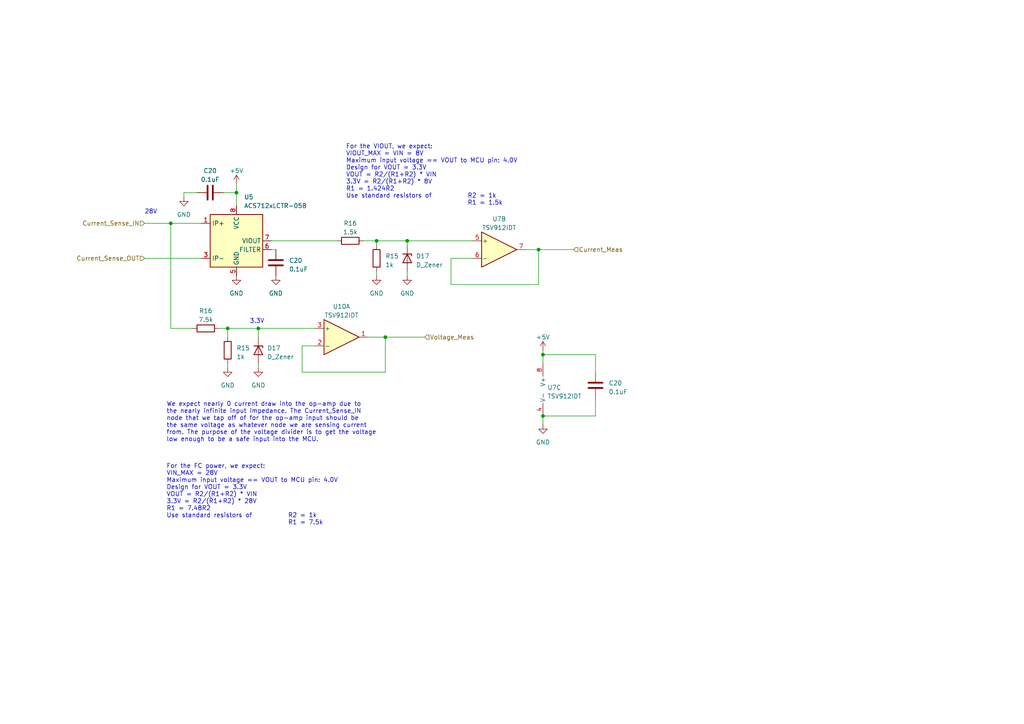
<source format=kicad_sch>
(kicad_sch (version 20230121) (generator eeschema)

  (uuid 36e4511b-3a9f-4266-a928-7b9277025079)

  (paper "A4")

  (lib_symbols
    (symbol "Amplifier_Operational:TSV912IDT" (pin_names (offset 0.127)) (in_bom yes) (on_board yes)
      (property "Reference" "U" (at 0 5.08 0)
        (effects (font (size 1.27 1.27)) (justify left))
      )
      (property "Value" "TSV912IDT" (at 0 -5.08 0)
        (effects (font (size 1.27 1.27)) (justify left))
      )
      (property "Footprint" "" (at 0 0 0)
        (effects (font (size 1.27 1.27)) hide)
      )
      (property "Datasheet" "www.st.com/resource/en/datasheet/tsv911.pdf" (at 0 0 0)
        (effects (font (size 1.27 1.27)) hide)
      )
      (property "ki_locked" "" (at 0 0 0)
        (effects (font (size 1.27 1.27)))
      )
      (property "ki_keywords" "dual opamp" (at 0 0 0)
        (effects (font (size 1.27 1.27)) hide)
      )
      (property "ki_description" "Dual rail-to-rail input/output 8 MHz operational amplifiers, SOIC-8" (at 0 0 0)
        (effects (font (size 1.27 1.27)) hide)
      )
      (property "ki_fp_filters" "SOIC*3.9x4.9mm*P1.27mm* DIP*W7.62mm* TO*99* OnSemi*Micro8* TSSOP*3x3mm*P0.65mm* TSSOP*4.4x3mm*P0.65mm* MSOP*3x3mm*P0.65mm* SSOP*3.9x4.9mm*P0.635mm* LFCSP*2x2mm*P0.5mm* *SIP* SOIC*5.3x6.2mm*P1.27mm*" (at 0 0 0)
        (effects (font (size 1.27 1.27)) hide)
      )
      (symbol "TSV912IDT_1_1"
        (polyline
          (pts
            (xy -5.08 5.08)
            (xy 5.08 0)
            (xy -5.08 -5.08)
            (xy -5.08 5.08)
          )
          (stroke (width 0.254) (type default))
          (fill (type background))
        )
        (pin output line (at 7.62 0 180) (length 2.54)
          (name "~" (effects (font (size 1.27 1.27))))
          (number "1" (effects (font (size 1.27 1.27))))
        )
        (pin input line (at -7.62 -2.54 0) (length 2.54)
          (name "-" (effects (font (size 1.27 1.27))))
          (number "2" (effects (font (size 1.27 1.27))))
        )
        (pin input line (at -7.62 2.54 0) (length 2.54)
          (name "+" (effects (font (size 1.27 1.27))))
          (number "3" (effects (font (size 1.27 1.27))))
        )
      )
      (symbol "TSV912IDT_2_1"
        (polyline
          (pts
            (xy -5.08 5.08)
            (xy 5.08 0)
            (xy -5.08 -5.08)
            (xy -5.08 5.08)
          )
          (stroke (width 0.254) (type default))
          (fill (type background))
        )
        (pin input line (at -7.62 2.54 0) (length 2.54)
          (name "+" (effects (font (size 1.27 1.27))))
          (number "5" (effects (font (size 1.27 1.27))))
        )
        (pin input line (at -7.62 -2.54 0) (length 2.54)
          (name "-" (effects (font (size 1.27 1.27))))
          (number "6" (effects (font (size 1.27 1.27))))
        )
        (pin output line (at 7.62 0 180) (length 2.54)
          (name "~" (effects (font (size 1.27 1.27))))
          (number "7" (effects (font (size 1.27 1.27))))
        )
      )
      (symbol "TSV912IDT_3_1"
        (pin power_in line (at -2.54 -7.62 90) (length 3.81)
          (name "V-" (effects (font (size 1.27 1.27))))
          (number "4" (effects (font (size 1.27 1.27))))
        )
        (pin power_in line (at -2.54 7.62 270) (length 3.81)
          (name "V+" (effects (font (size 1.27 1.27))))
          (number "8" (effects (font (size 1.27 1.27))))
        )
      )
    )
    (symbol "Device:C" (pin_numbers hide) (pin_names (offset 0.254)) (in_bom yes) (on_board yes)
      (property "Reference" "C" (at 0.635 2.54 0)
        (effects (font (size 1.27 1.27)) (justify left))
      )
      (property "Value" "C" (at 0.635 -2.54 0)
        (effects (font (size 1.27 1.27)) (justify left))
      )
      (property "Footprint" "" (at 0.9652 -3.81 0)
        (effects (font (size 1.27 1.27)) hide)
      )
      (property "Datasheet" "~" (at 0 0 0)
        (effects (font (size 1.27 1.27)) hide)
      )
      (property "ki_keywords" "cap capacitor" (at 0 0 0)
        (effects (font (size 1.27 1.27)) hide)
      )
      (property "ki_description" "Unpolarized capacitor" (at 0 0 0)
        (effects (font (size 1.27 1.27)) hide)
      )
      (property "ki_fp_filters" "C_*" (at 0 0 0)
        (effects (font (size 1.27 1.27)) hide)
      )
      (symbol "C_0_1"
        (polyline
          (pts
            (xy -2.032 -0.762)
            (xy 2.032 -0.762)
          )
          (stroke (width 0.508) (type default))
          (fill (type none))
        )
        (polyline
          (pts
            (xy -2.032 0.762)
            (xy 2.032 0.762)
          )
          (stroke (width 0.508) (type default))
          (fill (type none))
        )
      )
      (symbol "C_1_1"
        (pin passive line (at 0 3.81 270) (length 2.794)
          (name "~" (effects (font (size 1.27 1.27))))
          (number "1" (effects (font (size 1.27 1.27))))
        )
        (pin passive line (at 0 -3.81 90) (length 2.794)
          (name "~" (effects (font (size 1.27 1.27))))
          (number "2" (effects (font (size 1.27 1.27))))
        )
      )
    )
    (symbol "Device:D_Zener" (pin_numbers hide) (pin_names (offset 1.016) hide) (in_bom yes) (on_board yes)
      (property "Reference" "D" (at 0 2.54 0)
        (effects (font (size 1.27 1.27)))
      )
      (property "Value" "D_Zener" (at 0 -2.54 0)
        (effects (font (size 1.27 1.27)))
      )
      (property "Footprint" "" (at 0 0 0)
        (effects (font (size 1.27 1.27)) hide)
      )
      (property "Datasheet" "~" (at 0 0 0)
        (effects (font (size 1.27 1.27)) hide)
      )
      (property "ki_keywords" "diode" (at 0 0 0)
        (effects (font (size 1.27 1.27)) hide)
      )
      (property "ki_description" "Zener diode" (at 0 0 0)
        (effects (font (size 1.27 1.27)) hide)
      )
      (property "ki_fp_filters" "TO-???* *_Diode_* *SingleDiode* D_*" (at 0 0 0)
        (effects (font (size 1.27 1.27)) hide)
      )
      (symbol "D_Zener_0_1"
        (polyline
          (pts
            (xy 1.27 0)
            (xy -1.27 0)
          )
          (stroke (width 0) (type default))
          (fill (type none))
        )
        (polyline
          (pts
            (xy -1.27 -1.27)
            (xy -1.27 1.27)
            (xy -0.762 1.27)
          )
          (stroke (width 0.254) (type default))
          (fill (type none))
        )
        (polyline
          (pts
            (xy 1.27 -1.27)
            (xy 1.27 1.27)
            (xy -1.27 0)
            (xy 1.27 -1.27)
          )
          (stroke (width 0.254) (type default))
          (fill (type none))
        )
      )
      (symbol "D_Zener_1_1"
        (pin passive line (at -3.81 0 0) (length 2.54)
          (name "K" (effects (font (size 1.27 1.27))))
          (number "1" (effects (font (size 1.27 1.27))))
        )
        (pin passive line (at 3.81 0 180) (length 2.54)
          (name "A" (effects (font (size 1.27 1.27))))
          (number "2" (effects (font (size 1.27 1.27))))
        )
      )
    )
    (symbol "Device:R" (pin_numbers hide) (pin_names (offset 0)) (in_bom yes) (on_board yes)
      (property "Reference" "R" (at 2.032 0 90)
        (effects (font (size 1.27 1.27)))
      )
      (property "Value" "R" (at 0 0 90)
        (effects (font (size 1.27 1.27)))
      )
      (property "Footprint" "" (at -1.778 0 90)
        (effects (font (size 1.27 1.27)) hide)
      )
      (property "Datasheet" "~" (at 0 0 0)
        (effects (font (size 1.27 1.27)) hide)
      )
      (property "ki_keywords" "R res resistor" (at 0 0 0)
        (effects (font (size 1.27 1.27)) hide)
      )
      (property "ki_description" "Resistor" (at 0 0 0)
        (effects (font (size 1.27 1.27)) hide)
      )
      (property "ki_fp_filters" "R_*" (at 0 0 0)
        (effects (font (size 1.27 1.27)) hide)
      )
      (symbol "R_0_1"
        (rectangle (start -1.016 -2.54) (end 1.016 2.54)
          (stroke (width 0.254) (type default))
          (fill (type none))
        )
      )
      (symbol "R_1_1"
        (pin passive line (at 0 3.81 270) (length 1.27)
          (name "~" (effects (font (size 1.27 1.27))))
          (number "1" (effects (font (size 1.27 1.27))))
        )
        (pin passive line (at 0 -3.81 90) (length 1.27)
          (name "~" (effects (font (size 1.27 1.27))))
          (number "2" (effects (font (size 1.27 1.27))))
        )
      )
    )
    (symbol "Sensor_Current:ACS712xLCTR-05B" (in_bom yes) (on_board yes)
      (property "Reference" "U" (at 2.54 11.43 0)
        (effects (font (size 1.27 1.27)) (justify left))
      )
      (property "Value" "ACS712xLCTR-05B" (at 2.54 8.89 0)
        (effects (font (size 1.27 1.27)) (justify left))
      )
      (property "Footprint" "Package_SO:SOIC-8_3.9x4.9mm_P1.27mm" (at 2.54 -8.89 0)
        (effects (font (size 1.27 1.27) italic) (justify left) hide)
      )
      (property "Datasheet" "http://www.allegromicro.com/~/media/Files/Datasheets/ACS712-Datasheet.ashx?la=en" (at 0 0 0)
        (effects (font (size 1.27 1.27)) hide)
      )
      (property "ki_keywords" "hall effect current monitor sensor isolated" (at 0 0 0)
        (effects (font (size 1.27 1.27)) hide)
      )
      (property "ki_description" "±5A Bidirectional Hall-Effect Current Sensor, +5.0V supply, 185mV/A, SOIC-8" (at 0 0 0)
        (effects (font (size 1.27 1.27)) hide)
      )
      (property "ki_fp_filters" "SOIC*3.9x4.9m*P1.27mm*" (at 0 0 0)
        (effects (font (size 1.27 1.27)) hide)
      )
      (symbol "ACS712xLCTR-05B_0_1"
        (rectangle (start -7.62 7.62) (end 7.62 -7.62)
          (stroke (width 0.254) (type default))
          (fill (type background))
        )
      )
      (symbol "ACS712xLCTR-05B_1_1"
        (pin passive line (at -10.16 5.08 0) (length 2.54)
          (name "IP+" (effects (font (size 1.27 1.27))))
          (number "1" (effects (font (size 1.27 1.27))))
        )
        (pin passive line (at -10.16 5.08 0) (length 2.54) hide
          (name "IP+" (effects (font (size 1.27 1.27))))
          (number "2" (effects (font (size 1.27 1.27))))
        )
        (pin passive line (at -10.16 -5.08 0) (length 2.54)
          (name "IP-" (effects (font (size 1.27 1.27))))
          (number "3" (effects (font (size 1.27 1.27))))
        )
        (pin passive line (at -10.16 -5.08 0) (length 2.54) hide
          (name "IP-" (effects (font (size 1.27 1.27))))
          (number "4" (effects (font (size 1.27 1.27))))
        )
        (pin power_in line (at 0 -10.16 90) (length 2.54)
          (name "GND" (effects (font (size 1.27 1.27))))
          (number "5" (effects (font (size 1.27 1.27))))
        )
        (pin passive line (at 10.16 -2.54 180) (length 2.54)
          (name "FILTER" (effects (font (size 1.27 1.27))))
          (number "6" (effects (font (size 1.27 1.27))))
        )
        (pin output line (at 10.16 0 180) (length 2.54)
          (name "VIOUT" (effects (font (size 1.27 1.27))))
          (number "7" (effects (font (size 1.27 1.27))))
        )
        (pin power_in line (at 0 10.16 270) (length 2.54)
          (name "VCC" (effects (font (size 1.27 1.27))))
          (number "8" (effects (font (size 1.27 1.27))))
        )
      )
    )
    (symbol "power:+5V" (power) (pin_names (offset 0)) (in_bom yes) (on_board yes)
      (property "Reference" "#PWR" (at 0 -3.81 0)
        (effects (font (size 1.27 1.27)) hide)
      )
      (property "Value" "+5V" (at 0 3.556 0)
        (effects (font (size 1.27 1.27)))
      )
      (property "Footprint" "" (at 0 0 0)
        (effects (font (size 1.27 1.27)) hide)
      )
      (property "Datasheet" "" (at 0 0 0)
        (effects (font (size 1.27 1.27)) hide)
      )
      (property "ki_keywords" "global power" (at 0 0 0)
        (effects (font (size 1.27 1.27)) hide)
      )
      (property "ki_description" "Power symbol creates a global label with name \"+5V\"" (at 0 0 0)
        (effects (font (size 1.27 1.27)) hide)
      )
      (symbol "+5V_0_1"
        (polyline
          (pts
            (xy -0.762 1.27)
            (xy 0 2.54)
          )
          (stroke (width 0) (type default))
          (fill (type none))
        )
        (polyline
          (pts
            (xy 0 0)
            (xy 0 2.54)
          )
          (stroke (width 0) (type default))
          (fill (type none))
        )
        (polyline
          (pts
            (xy 0 2.54)
            (xy 0.762 1.27)
          )
          (stroke (width 0) (type default))
          (fill (type none))
        )
      )
      (symbol "+5V_1_1"
        (pin power_in line (at 0 0 90) (length 0) hide
          (name "+5V" (effects (font (size 1.27 1.27))))
          (number "1" (effects (font (size 1.27 1.27))))
        )
      )
    )
    (symbol "power:GND" (power) (pin_names (offset 0)) (in_bom yes) (on_board yes)
      (property "Reference" "#PWR" (at 0 -6.35 0)
        (effects (font (size 1.27 1.27)) hide)
      )
      (property "Value" "GND" (at 0 -3.81 0)
        (effects (font (size 1.27 1.27)))
      )
      (property "Footprint" "" (at 0 0 0)
        (effects (font (size 1.27 1.27)) hide)
      )
      (property "Datasheet" "" (at 0 0 0)
        (effects (font (size 1.27 1.27)) hide)
      )
      (property "ki_keywords" "global power" (at 0 0 0)
        (effects (font (size 1.27 1.27)) hide)
      )
      (property "ki_description" "Power symbol creates a global label with name \"GND\" , ground" (at 0 0 0)
        (effects (font (size 1.27 1.27)) hide)
      )
      (symbol "GND_0_1"
        (polyline
          (pts
            (xy 0 0)
            (xy 0 -1.27)
            (xy 1.27 -1.27)
            (xy 0 -2.54)
            (xy -1.27 -1.27)
            (xy 0 -1.27)
          )
          (stroke (width 0) (type default))
          (fill (type none))
        )
      )
      (symbol "GND_1_1"
        (pin power_in line (at 0 0 270) (length 0) hide
          (name "GND" (effects (font (size 1.27 1.27))))
          (number "1" (effects (font (size 1.27 1.27))))
        )
      )
    )
  )

  (junction (at 157.48 102.87) (diameter 0) (color 0 0 0 0)
    (uuid 426dc204-198d-49cf-a840-0f249a0948d0)
  )
  (junction (at 49.53 64.77) (diameter 0) (color 0 0 0 0)
    (uuid 60b93d9d-607c-4066-b873-bb73c3b46edb)
  )
  (junction (at 156.21 72.39) (diameter 0) (color 0 0 0 0)
    (uuid 6cde010c-5ac1-462b-975b-92da0665e99c)
  )
  (junction (at 118.11 69.85) (diameter 0) (color 0 0 0 0)
    (uuid 72fce174-d384-467e-9b6e-ed5c8f759731)
  )
  (junction (at 111.76 97.79) (diameter 0) (color 0 0 0 0)
    (uuid 7ad0a6ac-4db2-45b3-ac29-ab0b746bb0bb)
  )
  (junction (at 109.22 69.85) (diameter 0) (color 0 0 0 0)
    (uuid 7d1ffde5-7ef5-4295-b913-526a9a8bb8ac)
  )
  (junction (at 66.04 95.25) (diameter 0) (color 0 0 0 0)
    (uuid 8c7ee958-15b7-4fee-8170-54c7e047faf8)
  )
  (junction (at 68.58 55.88) (diameter 0) (color 0 0 0 0)
    (uuid bec008f6-0180-45a5-9d2c-bc08bdc060db)
  )
  (junction (at 157.48 120.65) (diameter 0) (color 0 0 0 0)
    (uuid d8869d3a-e968-481d-b2f6-fcf74ed3464e)
  )
  (junction (at 74.93 95.25) (diameter 0) (color 0 0 0 0)
    (uuid eae9969a-79f0-4c77-92ca-850cae407229)
  )

  (wire (pts (xy 66.04 95.25) (xy 66.04 97.79))
    (stroke (width 0) (type default))
    (uuid 02980cfc-0e9f-4df6-83fc-ae1591525942)
  )
  (wire (pts (xy 157.48 123.19) (xy 157.48 120.65))
    (stroke (width 0) (type default))
    (uuid 09c6eb72-c346-46e6-b70f-5320bc702818)
  )
  (wire (pts (xy 74.93 105.41) (xy 74.93 106.68))
    (stroke (width 0) (type default))
    (uuid 0c9c5511-eeca-43d7-9d3d-f3b5f5c60d78)
  )
  (wire (pts (xy 111.76 97.79) (xy 106.68 97.79))
    (stroke (width 0) (type default))
    (uuid 0f34ff4b-575c-44a3-9d54-adb062e2e27d)
  )
  (wire (pts (xy 152.4 72.39) (xy 156.21 72.39))
    (stroke (width 0) (type default))
    (uuid 105a7b23-78d9-4ec1-aa47-c10f68447aea)
  )
  (wire (pts (xy 109.22 78.74) (xy 109.22 80.01))
    (stroke (width 0) (type default))
    (uuid 12039cb9-f427-40c4-8dd2-e7b29629cb5a)
  )
  (wire (pts (xy 157.48 101.6) (xy 157.48 102.87))
    (stroke (width 0) (type default))
    (uuid 13333fc8-a239-4ade-bb65-b2b658052519)
  )
  (wire (pts (xy 111.76 107.95) (xy 111.76 97.79))
    (stroke (width 0) (type default))
    (uuid 135c1838-0373-4268-b725-fef7f94961f5)
  )
  (wire (pts (xy 68.58 55.88) (xy 68.58 59.69))
    (stroke (width 0) (type default))
    (uuid 1ea302ae-8fa9-49f7-bd8e-bd6b9cdcde78)
  )
  (wire (pts (xy 157.48 102.87) (xy 172.72 102.87))
    (stroke (width 0) (type default))
    (uuid 1f26bf5c-b9b2-4e88-b918-7d17ddff84cb)
  )
  (wire (pts (xy 111.76 97.79) (xy 123.19 97.79))
    (stroke (width 0) (type default))
    (uuid 3937057e-4d2f-471d-9b20-617aad501e85)
  )
  (wire (pts (xy 105.41 69.85) (xy 109.22 69.85))
    (stroke (width 0) (type default))
    (uuid 44a8028c-dab7-4fce-a120-71e2dbf64265)
  )
  (wire (pts (xy 41.91 64.77) (xy 49.53 64.77))
    (stroke (width 0) (type default))
    (uuid 46641d3b-2902-4813-ad58-651893fd9ddc)
  )
  (wire (pts (xy 53.34 55.88) (xy 53.34 57.15))
    (stroke (width 0) (type default))
    (uuid 51c89506-c8e0-40c3-b4a9-303b1a3ba64a)
  )
  (wire (pts (xy 49.53 95.25) (xy 55.88 95.25))
    (stroke (width 0) (type default))
    (uuid 54dfe815-89c2-4f95-b729-2626a47fb893)
  )
  (wire (pts (xy 130.81 82.55) (xy 156.21 82.55))
    (stroke (width 0) (type default))
    (uuid 5842bbf8-a04f-4eb6-a71b-a4b529ee87fc)
  )
  (wire (pts (xy 157.48 102.87) (xy 157.48 105.41))
    (stroke (width 0) (type default))
    (uuid 5f7949cd-3371-498b-af53-8154a44acf94)
  )
  (wire (pts (xy 58.42 74.93) (xy 41.91 74.93))
    (stroke (width 0) (type default))
    (uuid 6018aff4-5a97-4b47-94ac-979db0698bb5)
  )
  (wire (pts (xy 91.44 100.33) (xy 87.63 100.33))
    (stroke (width 0) (type default))
    (uuid 63fdf0e9-3b8d-4df9-b02d-dc2d5c3cff63)
  )
  (wire (pts (xy 66.04 95.25) (xy 74.93 95.25))
    (stroke (width 0) (type default))
    (uuid 6a96f485-c295-4e1e-9886-f7a274a567d8)
  )
  (wire (pts (xy 57.15 55.88) (xy 53.34 55.88))
    (stroke (width 0) (type default))
    (uuid 6ff57b46-52a7-483a-a3af-da5e7134dfaa)
  )
  (wire (pts (xy 63.5 95.25) (xy 66.04 95.25))
    (stroke (width 0) (type default))
    (uuid 7166c09e-4636-4f37-8976-61ea2384790e)
  )
  (wire (pts (xy 109.22 69.85) (xy 118.11 69.85))
    (stroke (width 0) (type default))
    (uuid 75effe88-21d6-4cc0-b303-f56073d4a9c9)
  )
  (wire (pts (xy 109.22 69.85) (xy 109.22 71.12))
    (stroke (width 0) (type default))
    (uuid 87b96d72-efc7-4454-82e9-e679a61bead9)
  )
  (wire (pts (xy 74.93 95.25) (xy 74.93 97.79))
    (stroke (width 0) (type default))
    (uuid 8a5f8368-a1ed-4748-8dee-7a8455a97bac)
  )
  (wire (pts (xy 49.53 64.77) (xy 49.53 95.25))
    (stroke (width 0) (type default))
    (uuid 8e0f228d-0305-4fd5-bc68-279ab4aa0205)
  )
  (wire (pts (xy 130.81 74.93) (xy 130.81 82.55))
    (stroke (width 0) (type default))
    (uuid 903a96b4-dbeb-4fc6-a2d3-256af755d975)
  )
  (wire (pts (xy 118.11 78.74) (xy 118.11 80.01))
    (stroke (width 0) (type default))
    (uuid 93bb97a3-3a43-4bb0-8f5b-79828e1419a4)
  )
  (wire (pts (xy 78.74 72.39) (xy 80.01 72.39))
    (stroke (width 0) (type default))
    (uuid 9712d3a3-5552-45a9-bfa5-d36e272a3ff9)
  )
  (wire (pts (xy 64.77 55.88) (xy 68.58 55.88))
    (stroke (width 0) (type default))
    (uuid 99ff2639-187c-4265-9997-8af0128661cc)
  )
  (wire (pts (xy 87.63 100.33) (xy 87.63 107.95))
    (stroke (width 0) (type default))
    (uuid 9a2249c6-a633-4148-a373-48662ba4460e)
  )
  (wire (pts (xy 137.16 74.93) (xy 130.81 74.93))
    (stroke (width 0) (type default))
    (uuid 9ba44ad4-f2d5-43f9-8d9a-bd0f9c9c7d44)
  )
  (wire (pts (xy 156.21 82.55) (xy 156.21 72.39))
    (stroke (width 0) (type default))
    (uuid 9e37dfaf-4e27-495c-b9e9-f0ab47e917a5)
  )
  (wire (pts (xy 74.93 95.25) (xy 91.44 95.25))
    (stroke (width 0) (type default))
    (uuid abfc635d-41b6-4c7c-ae62-a46689edf860)
  )
  (wire (pts (xy 156.21 72.39) (xy 166.37 72.39))
    (stroke (width 0) (type default))
    (uuid afdfa1df-547c-42a8-9c16-ec55ad40baab)
  )
  (wire (pts (xy 118.11 69.85) (xy 118.11 71.12))
    (stroke (width 0) (type default))
    (uuid b0160a54-bf3c-42cb-9c79-d742ef3f6482)
  )
  (wire (pts (xy 172.72 120.65) (xy 157.48 120.65))
    (stroke (width 0) (type default))
    (uuid bae7a242-8f12-4f08-8667-a7c043263136)
  )
  (wire (pts (xy 68.58 53.34) (xy 68.58 55.88))
    (stroke (width 0) (type default))
    (uuid c484fff9-1fad-4273-afcf-d565ab7de228)
  )
  (wire (pts (xy 87.63 107.95) (xy 111.76 107.95))
    (stroke (width 0) (type default))
    (uuid d42c0e32-df18-43d8-be7c-96346d2ea5e6)
  )
  (wire (pts (xy 78.74 69.85) (xy 97.79 69.85))
    (stroke (width 0) (type default))
    (uuid dd4af727-ecf2-41d8-80d5-ab1780de7f3d)
  )
  (wire (pts (xy 172.72 102.87) (xy 172.72 107.95))
    (stroke (width 0) (type default))
    (uuid eb354899-43f8-4676-8c75-fda0f683a80c)
  )
  (wire (pts (xy 49.53 64.77) (xy 58.42 64.77))
    (stroke (width 0) (type default))
    (uuid ed99792e-e39f-43c6-8c7e-e2e5b4565eff)
  )
  (wire (pts (xy 172.72 115.57) (xy 172.72 120.65))
    (stroke (width 0) (type default))
    (uuid f3bbb9bd-4095-4482-a728-fa22ebe7dacb)
  )
  (wire (pts (xy 118.11 69.85) (xy 137.16 69.85))
    (stroke (width 0) (type default))
    (uuid f6963c32-e48a-49df-83af-a52369ffb505)
  )
  (wire (pts (xy 66.04 105.41) (xy 66.04 106.68))
    (stroke (width 0) (type default))
    (uuid fd7f1d57-0dee-4a28-8dc2-f0a242664bb3)
  )

  (text "3.3V" (at 72.39 93.98 0)
    (effects (font (size 1.27 1.27)) (justify left bottom))
    (uuid 0f871391-4460-499c-8c3b-4c62c7484123)
  )
  (text "For the FC power, we expect:\nVIN_MAX = 28V\nMaximum input voltage == VOUT to MCU pin: 4.0V\nDesign for VOUT = 3.3V\nVOUT = R2/(R1+R2) * VIN\n3.3V = R2/(R1+R2) * 28V\nR1 = 7.48R2\nUse standard resistors of 	R2 = 1k\n							R1 = 7.5k"
    (at 48.26 152.4 0)
    (effects (font (size 1.27 1.27)) (justify left bottom))
    (uuid 970d10bc-b3ae-48a9-9bbf-4a38e6119364)
  )
  (text "For the VIOUT, we expect:\nVIOUT_MAX = VIN = 8V\nMaximum input voltage == VOUT to MCU pin: 4.0V\nDesign for VOUT = 3.3V\nVOUT = R2/(R1+R2) * VIN\n3.3V = R2/(R1+R2) * 8V\nR1 = 1.424R2\nUse standard resistors of 	R2 = 1k\n							R1 = 1.5k"
    (at 100.33 59.69 0)
    (effects (font (size 1.27 1.27)) (justify left bottom))
    (uuid d17f101a-0ad4-4abe-bc40-4cf9ac4342a5)
  )
  (text "28V" (at 41.91 62.23 0)
    (effects (font (size 1.27 1.27)) (justify left bottom))
    (uuid d3f46a28-b5d6-4e6f-b0e6-80264f127ee7)
  )
  (text "We expect nearly 0 current draw into the op-amp due to\nthe nearly infinite input impedance. The Current_Sense_IN\nnode that we tap off of for the op-amp input should be\nthe same voltage as whatever node we are sensing current\nfrom. The purpose of the voltage divider is to get the voltage\nlow enough to be a safe input into the MCU."
    (at 48.26 128.27 0)
    (effects (font (size 1.27 1.27)) (justify left bottom))
    (uuid ffe22302-9b73-4f2b-af80-093b2d4494a5)
  )

  (hierarchical_label "Current_Sense_OUT" (shape input) (at 41.91 74.93 180) (fields_autoplaced)
    (effects (font (size 1.27 1.27)) (justify right))
    (uuid 27e9c8cb-8de4-4306-a25f-2473e4f58025)
  )
  (hierarchical_label "Current_Meas" (shape input) (at 166.37 72.39 0) (fields_autoplaced)
    (effects (font (size 1.27 1.27)) (justify left))
    (uuid 9997df52-57ca-4cb0-9689-1c2aa5a3013e)
  )
  (hierarchical_label "Current_Sense_IN" (shape input) (at 41.91 64.77 180) (fields_autoplaced)
    (effects (font (size 1.27 1.27)) (justify right))
    (uuid c037195b-d1f9-4f92-a266-96d596ebbcd3)
  )
  (hierarchical_label "Voltage_Meas" (shape input) (at 123.19 97.79 0) (fields_autoplaced)
    (effects (font (size 1.27 1.27)) (justify left))
    (uuid de923421-685f-4747-9d6c-7bfc1439e236)
  )

  (symbol (lib_id "Sensor_Current:ACS712xLCTR-05B") (at 68.58 69.85 0) (unit 1)
    (in_bom yes) (on_board yes) (dnp no) (fields_autoplaced)
    (uuid 00d500a1-b703-4a82-ac73-0819932384b9)
    (property "Reference" "U5" (at 70.7741 57.15 0)
      (effects (font (size 1.27 1.27)) (justify left))
    )
    (property "Value" "ACS712xLCTR-05B" (at 70.7741 59.69 0)
      (effects (font (size 1.27 1.27)) (justify left))
    )
    (property "Footprint" "Package_SO:SOIC-8_3.9x4.9mm_P1.27mm" (at 71.12 78.74 0)
      (effects (font (size 1.27 1.27) italic) (justify left) hide)
    )
    (property "Datasheet" "http://www.allegromicro.com/~/media/Files/Datasheets/ACS712-Datasheet.ashx?la=en" (at 68.58 69.85 0)
      (effects (font (size 1.27 1.27)) hide)
    )
    (pin "1" (uuid a7ceaea4-c373-4093-9edd-e99368ea4e0c))
    (pin "2" (uuid ec1e05b3-122c-4672-b664-c41fff6af4c6))
    (pin "3" (uuid 1ce12371-9259-4a97-b1a9-e71addca960a))
    (pin "4" (uuid 0fca6db8-7106-4018-b58b-e7474897bcec))
    (pin "5" (uuid 66e1a2ad-1894-4182-a3a4-04633200642b))
    (pin "6" (uuid fc911c50-d959-4cbf-ac64-7ad7ff7e58b3))
    (pin "7" (uuid cda63700-c9ca-42c3-8835-224a94f76f97))
    (pin "8" (uuid cd4764fe-ce8e-436e-bbc4-62d83e970cde))
    (instances
      (project "FCBoard"
        (path "/7aefa7f6-8562-49e0-9457-229f56bba97d"
          (reference "U5") (unit 1)
        )
        (path "/7aefa7f6-8562-49e0-9457-229f56bba97d/fe3123b0-dc9c-4c12-a57a-891411bdcffa"
          (reference "U2") (unit 1)
        )
      )
    )
  )

  (symbol (lib_id "power:+5V") (at 68.58 53.34 0) (unit 1)
    (in_bom yes) (on_board yes) (dnp no) (fields_autoplaced)
    (uuid 091bc26d-9681-40a7-b6d4-17c760c1a1ef)
    (property "Reference" "#PWR031" (at 68.58 57.15 0)
      (effects (font (size 1.27 1.27)) hide)
    )
    (property "Value" "+5V" (at 68.58 49.53 0)
      (effects (font (size 1.27 1.27)))
    )
    (property "Footprint" "" (at 68.58 53.34 0)
      (effects (font (size 1.27 1.27)) hide)
    )
    (property "Datasheet" "" (at 68.58 53.34 0)
      (effects (font (size 1.27 1.27)) hide)
    )
    (pin "1" (uuid eb20440e-8b6a-4b9e-bd34-0977ee3e056b))
    (instances
      (project "FCBoard"
        (path "/7aefa7f6-8562-49e0-9457-229f56bba97d/5be85d44-b1c4-47a6-b267-9e3b1f3657e3"
          (reference "#PWR031") (unit 1)
        )
        (path "/7aefa7f6-8562-49e0-9457-229f56bba97d/59d9b0c4-d4f4-4be3-8a94-d2e2577f3ec5"
          (reference "#PWR036") (unit 1)
        )
        (path "/7aefa7f6-8562-49e0-9457-229f56bba97d/fe3123b0-dc9c-4c12-a57a-891411bdcffa"
          (reference "#PWR022") (unit 1)
        )
      )
    )
  )

  (symbol (lib_id "Device:R") (at 101.6 69.85 90) (unit 1)
    (in_bom yes) (on_board yes) (dnp no) (fields_autoplaced)
    (uuid 0aa75d26-b015-4f21-a211-2881706ea8b3)
    (property "Reference" "R16" (at 101.6 64.77 90)
      (effects (font (size 1.27 1.27)))
    )
    (property "Value" "1.5k" (at 101.6 67.31 90)
      (effects (font (size 1.27 1.27)))
    )
    (property "Footprint" "" (at 101.6 71.628 90)
      (effects (font (size 1.27 1.27)) hide)
    )
    (property "Datasheet" "~" (at 101.6 69.85 0)
      (effects (font (size 1.27 1.27)) hide)
    )
    (pin "1" (uuid 6a38558c-d1a3-4bcd-9376-87865b8e2605))
    (pin "2" (uuid fd945aa7-0f96-4d7d-bb91-6fa1ed8ef514))
    (instances
      (project "FCBoard"
        (path "/7aefa7f6-8562-49e0-9457-229f56bba97d/5be85d44-b1c4-47a6-b267-9e3b1f3657e3"
          (reference "R16") (unit 1)
        )
        (path "/7aefa7f6-8562-49e0-9457-229f56bba97d/59d9b0c4-d4f4-4be3-8a94-d2e2577f3ec5"
          (reference "R18") (unit 1)
        )
        (path "/7aefa7f6-8562-49e0-9457-229f56bba97d/fe3123b0-dc9c-4c12-a57a-891411bdcffa"
          (reference "R13") (unit 1)
        )
      )
    )
  )

  (symbol (lib_id "Device:R") (at 109.22 74.93 180) (unit 1)
    (in_bom yes) (on_board yes) (dnp no) (fields_autoplaced)
    (uuid 3489668f-9804-4b50-9770-81efb8a657e7)
    (property "Reference" "R15" (at 111.76 74.295 0)
      (effects (font (size 1.27 1.27)) (justify right))
    )
    (property "Value" "1k" (at 111.76 76.835 0)
      (effects (font (size 1.27 1.27)) (justify right))
    )
    (property "Footprint" "" (at 110.998 74.93 90)
      (effects (font (size 1.27 1.27)) hide)
    )
    (property "Datasheet" "~" (at 109.22 74.93 0)
      (effects (font (size 1.27 1.27)) hide)
    )
    (pin "1" (uuid 5af42c49-a445-4978-9a68-25d61a4a623b))
    (pin "2" (uuid 3d979c98-d026-42d4-90fa-aa28fad0e440))
    (instances
      (project "FCBoard"
        (path "/7aefa7f6-8562-49e0-9457-229f56bba97d/5be85d44-b1c4-47a6-b267-9e3b1f3657e3"
          (reference "R15") (unit 1)
        )
        (path "/7aefa7f6-8562-49e0-9457-229f56bba97d/59d9b0c4-d4f4-4be3-8a94-d2e2577f3ec5"
          (reference "R17") (unit 1)
        )
        (path "/7aefa7f6-8562-49e0-9457-229f56bba97d/fe3123b0-dc9c-4c12-a57a-891411bdcffa"
          (reference "R14") (unit 1)
        )
      )
    )
  )

  (symbol (lib_id "power:GND") (at 66.04 106.68 0) (unit 1)
    (in_bom yes) (on_board yes) (dnp no) (fields_autoplaced)
    (uuid 3b26c002-4dd3-4cd2-8e18-4d9a18b9a48a)
    (property "Reference" "#PWR033" (at 66.04 113.03 0)
      (effects (font (size 1.27 1.27)) hide)
    )
    (property "Value" "GND" (at 66.04 111.76 0)
      (effects (font (size 1.27 1.27)))
    )
    (property "Footprint" "" (at 66.04 106.68 0)
      (effects (font (size 1.27 1.27)) hide)
    )
    (property "Datasheet" "" (at 66.04 106.68 0)
      (effects (font (size 1.27 1.27)) hide)
    )
    (pin "1" (uuid cd732693-1ba0-49b5-8f85-6ce9c5f683cc))
    (instances
      (project "FCBoard"
        (path "/7aefa7f6-8562-49e0-9457-229f56bba97d/5be85d44-b1c4-47a6-b267-9e3b1f3657e3"
          (reference "#PWR033") (unit 1)
        )
        (path "/7aefa7f6-8562-49e0-9457-229f56bba97d/59d9b0c4-d4f4-4be3-8a94-d2e2577f3ec5"
          (reference "#PWR038") (unit 1)
        )
        (path "/7aefa7f6-8562-49e0-9457-229f56bba97d/fe3123b0-dc9c-4c12-a57a-891411bdcffa"
          (reference "#PWR021") (unit 1)
        )
      )
    )
  )

  (symbol (lib_id "Amplifier_Operational:TSV912IDT") (at 160.02 113.03 0) (unit 3)
    (in_bom yes) (on_board yes) (dnp no) (fields_autoplaced)
    (uuid 4af79d24-5fa5-4c92-8a45-5df123cea963)
    (property "Reference" "U7" (at 158.75 112.395 0)
      (effects (font (size 1.27 1.27)) (justify left))
    )
    (property "Value" "TSV912IDT" (at 158.75 114.935 0)
      (effects (font (size 1.27 1.27)) (justify left))
    )
    (property "Footprint" "" (at 160.02 113.03 0)
      (effects (font (size 1.27 1.27)) hide)
    )
    (property "Datasheet" "www.st.com/resource/en/datasheet/tsv911.pdf" (at 160.02 113.03 0)
      (effects (font (size 1.27 1.27)) hide)
    )
    (pin "1" (uuid 4a6e91c3-0117-4680-b7c4-f4c717b6f897))
    (pin "2" (uuid 3bd031d1-b453-47d4-913e-ce8644b644a5))
    (pin "3" (uuid b81bf2c4-fe21-48c7-857c-1828bb1b2e9d))
    (pin "5" (uuid ac921d92-fa7a-4c06-a82b-fb34ee84507d))
    (pin "6" (uuid 37523199-a514-4be7-b196-391e228c62d5))
    (pin "7" (uuid 056bd1ce-d72e-44c3-af42-da1cad9ca523))
    (pin "4" (uuid fe1572d7-e589-4b3b-a8df-fc7177b1464b))
    (pin "8" (uuid 30476540-373b-4778-8de3-bc7ac63370bd))
    (instances
      (project "FCBoard"
        (path "/7aefa7f6-8562-49e0-9457-229f56bba97d/fe3123b0-dc9c-4c12-a57a-891411bdcffa"
          (reference "U7") (unit 3)
        )
      )
    )
  )

  (symbol (lib_id "Device:C") (at 172.72 111.76 180) (unit 1)
    (in_bom yes) (on_board yes) (dnp no) (fields_autoplaced)
    (uuid 50ada9bf-d4ba-4b3f-b490-19a202e7cbc2)
    (property "Reference" "C20" (at 176.53 111.125 0)
      (effects (font (size 1.27 1.27)) (justify right))
    )
    (property "Value" "0.1uF" (at 176.53 113.665 0)
      (effects (font (size 1.27 1.27)) (justify right))
    )
    (property "Footprint" "" (at 171.7548 107.95 0)
      (effects (font (size 1.27 1.27)) hide)
    )
    (property "Datasheet" "~" (at 172.72 111.76 0)
      (effects (font (size 1.27 1.27)) hide)
    )
    (pin "1" (uuid 02b1637a-db30-4ee0-abc2-06d6228fbbed))
    (pin "2" (uuid 6f2d6a15-f587-4120-ae64-2a14d3ce169b))
    (instances
      (project "FCBoard"
        (path "/7aefa7f6-8562-49e0-9457-229f56bba97d/5be85d44-b1c4-47a6-b267-9e3b1f3657e3"
          (reference "C20") (unit 1)
        )
        (path "/7aefa7f6-8562-49e0-9457-229f56bba97d/59d9b0c4-d4f4-4be3-8a94-d2e2577f3ec5"
          (reference "C21") (unit 1)
        )
        (path "/7aefa7f6-8562-49e0-9457-229f56bba97d/fe3123b0-dc9c-4c12-a57a-891411bdcffa"
          (reference "C19") (unit 1)
        )
      )
    )
  )

  (symbol (lib_id "power:GND") (at 80.01 80.01 0) (unit 1)
    (in_bom yes) (on_board yes) (dnp no) (fields_autoplaced)
    (uuid 5b9a8668-a306-4357-9ba8-79685551a725)
    (property "Reference" "#PWR033" (at 80.01 86.36 0)
      (effects (font (size 1.27 1.27)) hide)
    )
    (property "Value" "GND" (at 80.01 85.09 0)
      (effects (font (size 1.27 1.27)))
    )
    (property "Footprint" "" (at 80.01 80.01 0)
      (effects (font (size 1.27 1.27)) hide)
    )
    (property "Datasheet" "" (at 80.01 80.01 0)
      (effects (font (size 1.27 1.27)) hide)
    )
    (pin "1" (uuid 81bd27e9-3bd8-422c-a637-6025cfe2ba86))
    (instances
      (project "FCBoard"
        (path "/7aefa7f6-8562-49e0-9457-229f56bba97d/5be85d44-b1c4-47a6-b267-9e3b1f3657e3"
          (reference "#PWR033") (unit 1)
        )
        (path "/7aefa7f6-8562-49e0-9457-229f56bba97d/59d9b0c4-d4f4-4be3-8a94-d2e2577f3ec5"
          (reference "#PWR038") (unit 1)
        )
        (path "/7aefa7f6-8562-49e0-9457-229f56bba97d/fe3123b0-dc9c-4c12-a57a-891411bdcffa"
          (reference "#PWR027") (unit 1)
        )
      )
    )
  )

  (symbol (lib_id "power:GND") (at 118.11 80.01 0) (unit 1)
    (in_bom yes) (on_board yes) (dnp no) (fields_autoplaced)
    (uuid 5c1e7bb8-986d-45de-a13f-5951365435d0)
    (property "Reference" "#PWR033" (at 118.11 86.36 0)
      (effects (font (size 1.27 1.27)) hide)
    )
    (property "Value" "GND" (at 118.11 85.09 0)
      (effects (font (size 1.27 1.27)))
    )
    (property "Footprint" "" (at 118.11 80.01 0)
      (effects (font (size 1.27 1.27)) hide)
    )
    (property "Datasheet" "" (at 118.11 80.01 0)
      (effects (font (size 1.27 1.27)) hide)
    )
    (pin "1" (uuid ff984e4b-e40d-43f4-b69b-44e5456cd521))
    (instances
      (project "FCBoard"
        (path "/7aefa7f6-8562-49e0-9457-229f56bba97d/5be85d44-b1c4-47a6-b267-9e3b1f3657e3"
          (reference "#PWR033") (unit 1)
        )
        (path "/7aefa7f6-8562-49e0-9457-229f56bba97d/59d9b0c4-d4f4-4be3-8a94-d2e2577f3ec5"
          (reference "#PWR038") (unit 1)
        )
        (path "/7aefa7f6-8562-49e0-9457-229f56bba97d/fe3123b0-dc9c-4c12-a57a-891411bdcffa"
          (reference "#PWR029") (unit 1)
        )
      )
    )
  )

  (symbol (lib_id "Amplifier_Operational:TSV912IDT") (at 99.06 97.79 0) (unit 1)
    (in_bom yes) (on_board yes) (dnp no)
    (uuid 5ce74379-2212-4b0c-b0bb-57ee2e18c9b7)
    (property "Reference" "U10" (at 99.06 88.9 0)
      (effects (font (size 1.27 1.27)))
    )
    (property "Value" "TSV912IDT" (at 99.06 91.44 0)
      (effects (font (size 1.27 1.27)))
    )
    (property "Footprint" "" (at 99.06 97.79 0)
      (effects (font (size 1.27 1.27)) hide)
    )
    (property "Datasheet" "www.st.com/resource/en/datasheet/tsv911.pdf" (at 99.06 97.79 0)
      (effects (font (size 1.27 1.27)) hide)
    )
    (pin "1" (uuid 413076a6-0b25-4c5e-bf95-384d734be5ae))
    (pin "2" (uuid e6bafba5-80d2-4897-9aab-12434c22647f))
    (pin "3" (uuid 5b366bc5-796d-4336-adf3-664dbef8207d))
    (pin "5" (uuid 0fceb3a2-bd81-4a92-acfa-051ebd69306f))
    (pin "6" (uuid d1b61b90-ead3-441a-a790-bc67345cd5f2))
    (pin "7" (uuid adec53e0-5327-4e1d-ba5b-f8fd678e3709))
    (pin "4" (uuid 29129ae5-6f1d-45f1-97a4-35466fa2c7d9))
    (pin "8" (uuid 74dd7348-1a98-4eab-b44d-89428b6f23ee))
    (instances
      (project "FCBoard"
        (path "/7aefa7f6-8562-49e0-9457-229f56bba97d/5be85d44-b1c4-47a6-b267-9e3b1f3657e3"
          (reference "U10") (unit 1)
        )
        (path "/7aefa7f6-8562-49e0-9457-229f56bba97d/59d9b0c4-d4f4-4be3-8a94-d2e2577f3ec5"
          (reference "U12") (unit 1)
        )
        (path "/7aefa7f6-8562-49e0-9457-229f56bba97d/fe3123b0-dc9c-4c12-a57a-891411bdcffa"
          (reference "U7") (unit 1)
        )
      )
    )
  )

  (symbol (lib_id "power:GND") (at 109.22 80.01 0) (unit 1)
    (in_bom yes) (on_board yes) (dnp no) (fields_autoplaced)
    (uuid 62d65990-fa7e-43ce-8254-2a046dd244a1)
    (property "Reference" "#PWR033" (at 109.22 86.36 0)
      (effects (font (size 1.27 1.27)) hide)
    )
    (property "Value" "GND" (at 109.22 85.09 0)
      (effects (font (size 1.27 1.27)))
    )
    (property "Footprint" "" (at 109.22 80.01 0)
      (effects (font (size 1.27 1.27)) hide)
    )
    (property "Datasheet" "" (at 109.22 80.01 0)
      (effects (font (size 1.27 1.27)) hide)
    )
    (pin "1" (uuid c984aeb1-8cdd-4ac4-b01a-4c831bd81c8c))
    (instances
      (project "FCBoard"
        (path "/7aefa7f6-8562-49e0-9457-229f56bba97d/5be85d44-b1c4-47a6-b267-9e3b1f3657e3"
          (reference "#PWR033") (unit 1)
        )
        (path "/7aefa7f6-8562-49e0-9457-229f56bba97d/59d9b0c4-d4f4-4be3-8a94-d2e2577f3ec5"
          (reference "#PWR038") (unit 1)
        )
        (path "/7aefa7f6-8562-49e0-9457-229f56bba97d/fe3123b0-dc9c-4c12-a57a-891411bdcffa"
          (reference "#PWR028") (unit 1)
        )
      )
    )
  )

  (symbol (lib_id "Device:R") (at 59.69 95.25 90) (unit 1)
    (in_bom yes) (on_board yes) (dnp no) (fields_autoplaced)
    (uuid 71bc5948-e3e6-483a-aa2a-b876cdbb8d10)
    (property "Reference" "R16" (at 59.69 90.17 90)
      (effects (font (size 1.27 1.27)))
    )
    (property "Value" "7.5k" (at 59.69 92.71 90)
      (effects (font (size 1.27 1.27)))
    )
    (property "Footprint" "" (at 59.69 97.028 90)
      (effects (font (size 1.27 1.27)) hide)
    )
    (property "Datasheet" "~" (at 59.69 95.25 0)
      (effects (font (size 1.27 1.27)) hide)
    )
    (pin "1" (uuid 4531317e-daa9-4048-96a3-14369cd887d6))
    (pin "2" (uuid f5047cab-9272-41c9-8a47-5619ff6b2257))
    (instances
      (project "FCBoard"
        (path "/7aefa7f6-8562-49e0-9457-229f56bba97d/5be85d44-b1c4-47a6-b267-9e3b1f3657e3"
          (reference "R16") (unit 1)
        )
        (path "/7aefa7f6-8562-49e0-9457-229f56bba97d/59d9b0c4-d4f4-4be3-8a94-d2e2577f3ec5"
          (reference "R18") (unit 1)
        )
        (path "/7aefa7f6-8562-49e0-9457-229f56bba97d/fe3123b0-dc9c-4c12-a57a-891411bdcffa"
          (reference "R1") (unit 1)
        )
      )
    )
  )

  (symbol (lib_id "Amplifier_Operational:TSV912IDT") (at 144.78 72.39 0) (unit 2)
    (in_bom yes) (on_board yes) (dnp no) (fields_autoplaced)
    (uuid 851013e6-dbba-4c41-8066-727e7e5cfedc)
    (property "Reference" "U7" (at 144.78 63.5 0)
      (effects (font (size 1.27 1.27)))
    )
    (property "Value" "TSV912IDT" (at 144.78 66.04 0)
      (effects (font (size 1.27 1.27)))
    )
    (property "Footprint" "" (at 144.78 72.39 0)
      (effects (font (size 1.27 1.27)) hide)
    )
    (property "Datasheet" "www.st.com/resource/en/datasheet/tsv911.pdf" (at 144.78 72.39 0)
      (effects (font (size 1.27 1.27)) hide)
    )
    (pin "1" (uuid fe06a093-9e52-423b-8ff4-5d2e5d467d16))
    (pin "2" (uuid ea817e6c-df27-4143-8d61-5d9ee8410d07))
    (pin "3" (uuid 72e84345-c818-4323-9aad-de016ee90159))
    (pin "5" (uuid 77ac5bd1-7484-4bdd-a05e-fa09bbb2f53a))
    (pin "6" (uuid 54181105-87d2-4127-a9ec-25aad82c597b))
    (pin "7" (uuid f695d9b0-166e-4d1b-88cd-13c507f2e9be))
    (pin "4" (uuid 25094b82-6936-40a7-a33d-5d4745eed8f3))
    (pin "8" (uuid a7b286da-8263-494e-9752-fc1828cb1a37))
    (instances
      (project "FCBoard"
        (path "/7aefa7f6-8562-49e0-9457-229f56bba97d/fe3123b0-dc9c-4c12-a57a-891411bdcffa"
          (reference "U7") (unit 2)
        )
      )
    )
  )

  (symbol (lib_id "power:GND") (at 74.93 106.68 0) (unit 1)
    (in_bom yes) (on_board yes) (dnp no) (fields_autoplaced)
    (uuid 938c2ffe-e95b-4397-98c7-4e1078800558)
    (property "Reference" "#PWR034" (at 74.93 113.03 0)
      (effects (font (size 1.27 1.27)) hide)
    )
    (property "Value" "GND" (at 74.93 111.76 0)
      (effects (font (size 1.27 1.27)))
    )
    (property "Footprint" "" (at 74.93 106.68 0)
      (effects (font (size 1.27 1.27)) hide)
    )
    (property "Datasheet" "" (at 74.93 106.68 0)
      (effects (font (size 1.27 1.27)) hide)
    )
    (pin "1" (uuid ec18db0f-5922-4687-9b0e-e226d16ccdf6))
    (instances
      (project "FCBoard"
        (path "/7aefa7f6-8562-49e0-9457-229f56bba97d/5be85d44-b1c4-47a6-b267-9e3b1f3657e3"
          (reference "#PWR034") (unit 1)
        )
        (path "/7aefa7f6-8562-49e0-9457-229f56bba97d/59d9b0c4-d4f4-4be3-8a94-d2e2577f3ec5"
          (reference "#PWR039") (unit 1)
        )
        (path "/7aefa7f6-8562-49e0-9457-229f56bba97d/fe3123b0-dc9c-4c12-a57a-891411bdcffa"
          (reference "#PWR026") (unit 1)
        )
      )
    )
  )

  (symbol (lib_id "power:GND") (at 53.34 57.15 0) (unit 1)
    (in_bom yes) (on_board yes) (dnp no) (fields_autoplaced)
    (uuid 9a9d7458-67c8-453d-9d09-35fa4ec08f10)
    (property "Reference" "#PWR030" (at 53.34 63.5 0)
      (effects (font (size 1.27 1.27)) hide)
    )
    (property "Value" "GND" (at 53.34 62.23 0)
      (effects (font (size 1.27 1.27)))
    )
    (property "Footprint" "" (at 53.34 57.15 0)
      (effects (font (size 1.27 1.27)) hide)
    )
    (property "Datasheet" "" (at 53.34 57.15 0)
      (effects (font (size 1.27 1.27)) hide)
    )
    (pin "1" (uuid b8ecbaf1-94da-4c8c-9350-729e2f854c92))
    (instances
      (project "FCBoard"
        (path "/7aefa7f6-8562-49e0-9457-229f56bba97d/5be85d44-b1c4-47a6-b267-9e3b1f3657e3"
          (reference "#PWR030") (unit 1)
        )
        (path "/7aefa7f6-8562-49e0-9457-229f56bba97d/59d9b0c4-d4f4-4be3-8a94-d2e2577f3ec5"
          (reference "#PWR035") (unit 1)
        )
        (path "/7aefa7f6-8562-49e0-9457-229f56bba97d/fe3123b0-dc9c-4c12-a57a-891411bdcffa"
          (reference "#PWR02") (unit 1)
        )
      )
    )
  )

  (symbol (lib_id "Device:D_Zener") (at 118.11 74.93 270) (unit 1)
    (in_bom yes) (on_board yes) (dnp no) (fields_autoplaced)
    (uuid ac7ea516-a83e-4562-8466-8040999d1a68)
    (property "Reference" "D17" (at 120.65 74.295 90)
      (effects (font (size 1.27 1.27)) (justify left))
    )
    (property "Value" "D_Zener" (at 120.65 76.835 90)
      (effects (font (size 1.27 1.27)) (justify left))
    )
    (property "Footprint" "" (at 118.11 74.93 0)
      (effects (font (size 1.27 1.27)) hide)
    )
    (property "Datasheet" "~" (at 118.11 74.93 0)
      (effects (font (size 1.27 1.27)) hide)
    )
    (pin "1" (uuid 3bc278ac-d8ca-4609-ab39-f145d5a09549))
    (pin "2" (uuid 12bbea76-5e7f-4568-ab73-58422a04eb9a))
    (instances
      (project "FCBoard"
        (path "/7aefa7f6-8562-49e0-9457-229f56bba97d/5be85d44-b1c4-47a6-b267-9e3b1f3657e3"
          (reference "D17") (unit 1)
        )
        (path "/7aefa7f6-8562-49e0-9457-229f56bba97d/59d9b0c4-d4f4-4be3-8a94-d2e2577f3ec5"
          (reference "D18") (unit 1)
        )
        (path "/7aefa7f6-8562-49e0-9457-229f56bba97d/fe3123b0-dc9c-4c12-a57a-891411bdcffa"
          (reference "D16") (unit 1)
        )
      )
    )
  )

  (symbol (lib_id "power:GND") (at 68.58 80.01 0) (unit 1)
    (in_bom yes) (on_board yes) (dnp no) (fields_autoplaced)
    (uuid c012c2a2-812b-4b0f-8974-ec26b6b47f51)
    (property "Reference" "#PWR032" (at 68.58 86.36 0)
      (effects (font (size 1.27 1.27)) hide)
    )
    (property "Value" "GND" (at 68.58 85.09 0)
      (effects (font (size 1.27 1.27)))
    )
    (property "Footprint" "" (at 68.58 80.01 0)
      (effects (font (size 1.27 1.27)) hide)
    )
    (property "Datasheet" "" (at 68.58 80.01 0)
      (effects (font (size 1.27 1.27)) hide)
    )
    (pin "1" (uuid 066fcd55-aad7-400e-95e8-90a232949e8f))
    (instances
      (project "FCBoard"
        (path "/7aefa7f6-8562-49e0-9457-229f56bba97d/5be85d44-b1c4-47a6-b267-9e3b1f3657e3"
          (reference "#PWR032") (unit 1)
        )
        (path "/7aefa7f6-8562-49e0-9457-229f56bba97d/59d9b0c4-d4f4-4be3-8a94-d2e2577f3ec5"
          (reference "#PWR037") (unit 1)
        )
        (path "/7aefa7f6-8562-49e0-9457-229f56bba97d/fe3123b0-dc9c-4c12-a57a-891411bdcffa"
          (reference "#PWR025") (unit 1)
        )
      )
    )
  )

  (symbol (lib_id "power:GND") (at 157.48 123.19 0) (unit 1)
    (in_bom yes) (on_board yes) (dnp no) (fields_autoplaced)
    (uuid c5a79f24-9505-418e-bdcb-fe31daeb83c3)
    (property "Reference" "#PWR034" (at 157.48 129.54 0)
      (effects (font (size 1.27 1.27)) hide)
    )
    (property "Value" "GND" (at 157.48 128.27 0)
      (effects (font (size 1.27 1.27)))
    )
    (property "Footprint" "" (at 157.48 123.19 0)
      (effects (font (size 1.27 1.27)) hide)
    )
    (property "Datasheet" "" (at 157.48 123.19 0)
      (effects (font (size 1.27 1.27)) hide)
    )
    (pin "1" (uuid 7f160d42-b97b-450e-b24d-aab6f9e45de5))
    (instances
      (project "FCBoard"
        (path "/7aefa7f6-8562-49e0-9457-229f56bba97d/5be85d44-b1c4-47a6-b267-9e3b1f3657e3"
          (reference "#PWR034") (unit 1)
        )
        (path "/7aefa7f6-8562-49e0-9457-229f56bba97d/59d9b0c4-d4f4-4be3-8a94-d2e2577f3ec5"
          (reference "#PWR039") (unit 1)
        )
        (path "/7aefa7f6-8562-49e0-9457-229f56bba97d/fe3123b0-dc9c-4c12-a57a-891411bdcffa"
          (reference "#PWR052") (unit 1)
        )
      )
    )
  )

  (symbol (lib_id "Device:R") (at 66.04 101.6 180) (unit 1)
    (in_bom yes) (on_board yes) (dnp no) (fields_autoplaced)
    (uuid c86c3047-9e67-460b-8a71-0272ca41afd2)
    (property "Reference" "R15" (at 68.58 100.965 0)
      (effects (font (size 1.27 1.27)) (justify right))
    )
    (property "Value" "1k" (at 68.58 103.505 0)
      (effects (font (size 1.27 1.27)) (justify right))
    )
    (property "Footprint" "" (at 67.818 101.6 90)
      (effects (font (size 1.27 1.27)) hide)
    )
    (property "Datasheet" "~" (at 66.04 101.6 0)
      (effects (font (size 1.27 1.27)) hide)
    )
    (pin "1" (uuid a5728606-1d24-48b7-91eb-f33307dff350))
    (pin "2" (uuid d148a69a-0d1d-4145-8bd8-248c11931504))
    (instances
      (project "FCBoard"
        (path "/7aefa7f6-8562-49e0-9457-229f56bba97d/5be85d44-b1c4-47a6-b267-9e3b1f3657e3"
          (reference "R15") (unit 1)
        )
        (path "/7aefa7f6-8562-49e0-9457-229f56bba97d/59d9b0c4-d4f4-4be3-8a94-d2e2577f3ec5"
          (reference "R17") (unit 1)
        )
        (path "/7aefa7f6-8562-49e0-9457-229f56bba97d/fe3123b0-dc9c-4c12-a57a-891411bdcffa"
          (reference "R2") (unit 1)
        )
      )
    )
  )

  (symbol (lib_id "Device:D_Zener") (at 74.93 101.6 270) (unit 1)
    (in_bom yes) (on_board yes) (dnp no) (fields_autoplaced)
    (uuid cea9c3e9-961e-42ea-a9f5-eb87bae7c13f)
    (property "Reference" "D17" (at 77.47 100.965 90)
      (effects (font (size 1.27 1.27)) (justify left))
    )
    (property "Value" "D_Zener" (at 77.47 103.505 90)
      (effects (font (size 1.27 1.27)) (justify left))
    )
    (property "Footprint" "" (at 74.93 101.6 0)
      (effects (font (size 1.27 1.27)) hide)
    )
    (property "Datasheet" "~" (at 74.93 101.6 0)
      (effects (font (size 1.27 1.27)) hide)
    )
    (pin "1" (uuid d0325756-3bb5-4b07-8919-2bd362683c30))
    (pin "2" (uuid 9a5201c8-2df4-4e7b-a18e-8858cb0f5fb0))
    (instances
      (project "FCBoard"
        (path "/7aefa7f6-8562-49e0-9457-229f56bba97d/5be85d44-b1c4-47a6-b267-9e3b1f3657e3"
          (reference "D17") (unit 1)
        )
        (path "/7aefa7f6-8562-49e0-9457-229f56bba97d/59d9b0c4-d4f4-4be3-8a94-d2e2577f3ec5"
          (reference "D18") (unit 1)
        )
        (path "/7aefa7f6-8562-49e0-9457-229f56bba97d/fe3123b0-dc9c-4c12-a57a-891411bdcffa"
          (reference "D4") (unit 1)
        )
      )
    )
  )

  (symbol (lib_id "power:+5V") (at 157.48 101.6 0) (unit 1)
    (in_bom yes) (on_board yes) (dnp no) (fields_autoplaced)
    (uuid d8606ad7-5a87-405c-b42e-44ee2db8131b)
    (property "Reference" "#PWR031" (at 157.48 105.41 0)
      (effects (font (size 1.27 1.27)) hide)
    )
    (property "Value" "+5V" (at 157.48 97.79 0)
      (effects (font (size 1.27 1.27)))
    )
    (property "Footprint" "" (at 157.48 101.6 0)
      (effects (font (size 1.27 1.27)) hide)
    )
    (property "Datasheet" "" (at 157.48 101.6 0)
      (effects (font (size 1.27 1.27)) hide)
    )
    (pin "1" (uuid 27d2daf4-902f-4b1b-8740-adda832281e9))
    (instances
      (project "FCBoard"
        (path "/7aefa7f6-8562-49e0-9457-229f56bba97d/5be85d44-b1c4-47a6-b267-9e3b1f3657e3"
          (reference "#PWR031") (unit 1)
        )
        (path "/7aefa7f6-8562-49e0-9457-229f56bba97d/59d9b0c4-d4f4-4be3-8a94-d2e2577f3ec5"
          (reference "#PWR036") (unit 1)
        )
        (path "/7aefa7f6-8562-49e0-9457-229f56bba97d/fe3123b0-dc9c-4c12-a57a-891411bdcffa"
          (reference "#PWR047") (unit 1)
        )
      )
    )
  )

  (symbol (lib_id "Device:C") (at 60.96 55.88 90) (unit 1)
    (in_bom yes) (on_board yes) (dnp no) (fields_autoplaced)
    (uuid f5187508-89fb-4401-aff6-2caeb0111208)
    (property "Reference" "C20" (at 60.96 49.53 90)
      (effects (font (size 1.27 1.27)))
    )
    (property "Value" "0.1uF" (at 60.96 52.07 90)
      (effects (font (size 1.27 1.27)))
    )
    (property "Footprint" "" (at 64.77 54.9148 0)
      (effects (font (size 1.27 1.27)) hide)
    )
    (property "Datasheet" "~" (at 60.96 55.88 0)
      (effects (font (size 1.27 1.27)) hide)
    )
    (pin "1" (uuid d76b9408-adf4-4e4a-b63c-07b2191de7fe))
    (pin "2" (uuid 0a0f769d-f5ab-4eeb-bcf7-1ec3921d69df))
    (instances
      (project "FCBoard"
        (path "/7aefa7f6-8562-49e0-9457-229f56bba97d/5be85d44-b1c4-47a6-b267-9e3b1f3657e3"
          (reference "C20") (unit 1)
        )
        (path "/7aefa7f6-8562-49e0-9457-229f56bba97d/59d9b0c4-d4f4-4be3-8a94-d2e2577f3ec5"
          (reference "C21") (unit 1)
        )
        (path "/7aefa7f6-8562-49e0-9457-229f56bba97d/fe3123b0-dc9c-4c12-a57a-891411bdcffa"
          (reference "C5") (unit 1)
        )
      )
    )
  )

  (symbol (lib_id "Device:C") (at 80.01 76.2 180) (unit 1)
    (in_bom yes) (on_board yes) (dnp no)
    (uuid f8393869-2fee-4289-b7fc-c9ca7bba52f2)
    (property "Reference" "C20" (at 83.82 75.565 0)
      (effects (font (size 1.27 1.27)) (justify right))
    )
    (property "Value" "0.1uF" (at 83.82 78.105 0)
      (effects (font (size 1.27 1.27)) (justify right))
    )
    (property "Footprint" "" (at 79.0448 72.39 0)
      (effects (font (size 1.27 1.27)) hide)
    )
    (property "Datasheet" "~" (at 80.01 76.2 0)
      (effects (font (size 1.27 1.27)) hide)
    )
    (pin "1" (uuid 762cf926-538d-4eba-a73f-612cd72bd1d6))
    (pin "2" (uuid 6ec55f34-72a1-4789-94d0-c24bef52cdce))
    (instances
      (project "FCBoard"
        (path "/7aefa7f6-8562-49e0-9457-229f56bba97d/5be85d44-b1c4-47a6-b267-9e3b1f3657e3"
          (reference "C20") (unit 1)
        )
        (path "/7aefa7f6-8562-49e0-9457-229f56bba97d/59d9b0c4-d4f4-4be3-8a94-d2e2577f3ec5"
          (reference "C21") (unit 1)
        )
        (path "/7aefa7f6-8562-49e0-9457-229f56bba97d/fe3123b0-dc9c-4c12-a57a-891411bdcffa"
          (reference "C16") (unit 1)
        )
      )
    )
  )
)

</source>
